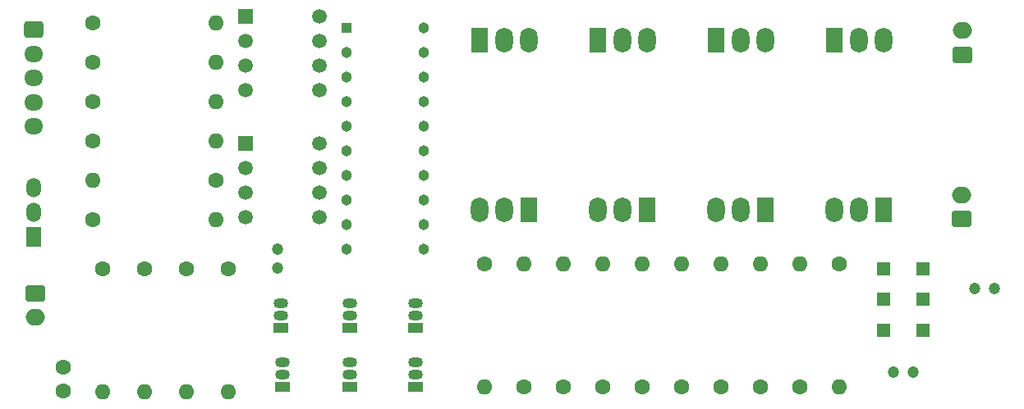
<source format=gts>
%TF.GenerationSoftware,KiCad,Pcbnew,9.0.2*%
%TF.CreationDate,2025-07-11T17:02:26-07:00*%
%TF.ProjectId,hbridge_rev,68627269-6467-4655-9f72-65762e6b6963,rev?*%
%TF.SameCoordinates,Original*%
%TF.FileFunction,Soldermask,Top*%
%TF.FilePolarity,Negative*%
%FSLAX46Y46*%
G04 Gerber Fmt 4.6, Leading zero omitted, Abs format (unit mm)*
G04 Created by KiCad (PCBNEW 9.0.2) date 2025-07-11 17:02:26*
%MOMM*%
%LPD*%
G01*
G04 APERTURE LIST*
G04 Aperture macros list*
%AMRoundRect*
0 Rectangle with rounded corners*
0 $1 Rounding radius*
0 $2 $3 $4 $5 $6 $7 $8 $9 X,Y pos of 4 corners*
0 Add a 4 corners polygon primitive as box body*
4,1,4,$2,$3,$4,$5,$6,$7,$8,$9,$2,$3,0*
0 Add four circle primitives for the rounded corners*
1,1,$1+$1,$2,$3*
1,1,$1+$1,$4,$5*
1,1,$1+$1,$6,$7*
1,1,$1+$1,$8,$9*
0 Add four rect primitives between the rounded corners*
20,1,$1+$1,$2,$3,$4,$5,0*
20,1,$1+$1,$4,$5,$6,$7,0*
20,1,$1+$1,$6,$7,$8,$9,0*
20,1,$1+$1,$8,$9,$2,$3,0*%
G04 Aperture macros list end*
%ADD10R,1.800000X2.600000*%
%ADD11O,1.800000X2.600000*%
%ADD12C,1.600000*%
%ADD13O,1.600000X1.600000*%
%ADD14R,1.500000X1.050000*%
%ADD15O,1.500000X1.050000*%
%ADD16R,1.350000X1.350000*%
%ADD17R,1.500000X1.500000*%
%ADD18C,1.500000*%
%ADD19C,1.200000*%
%ADD20RoundRect,0.250000X-0.750000X0.600000X-0.750000X-0.600000X0.750000X-0.600000X0.750000X0.600000X0*%
%ADD21O,2.000000X1.700000*%
%ADD22RoundRect,0.250000X0.750000X-0.600000X0.750000X0.600000X-0.750000X0.600000X-0.750000X-0.600000X0*%
%ADD23RoundRect,0.250000X-0.725000X0.600000X-0.725000X-0.600000X0.725000X-0.600000X0.725000X0.600000X0*%
%ADD24O,1.950000X1.700000*%
%ADD25R,1.500000X2.000000*%
%ADD26O,1.500000X2.000000*%
%ADD27R,1.133000X1.133000*%
%ADD28C,1.133000*%
G04 APERTURE END LIST*
D10*
%TO.C,Q4*%
X88138000Y-17526000D03*
D11*
X90678000Y-17526000D03*
X93218000Y-17526000D03*
%TD*%
D12*
%TO.C,R4*%
X36576000Y-32004000D03*
D13*
X23876000Y-32004000D03*
%TD*%
D14*
%TO.C,Q7*%
X57150000Y-47244000D03*
D15*
X57150000Y-45974000D03*
X57150000Y-44704000D03*
%TD*%
D16*
%TO.C,test_gate2*%
X109474000Y-44323000D03*
%TD*%
%TO.C,test_pwm1*%
X109474000Y-47498000D03*
%TD*%
D10*
%TO.C,Q2*%
X63754000Y-17526000D03*
D11*
X66294000Y-17526000D03*
X68834000Y-17526000D03*
%TD*%
D17*
%TO.C,U3*%
X39624000Y-28194000D03*
D18*
X39624000Y-30734000D03*
X39624000Y-33274000D03*
X39624000Y-35814000D03*
X47244000Y-35814000D03*
X47244000Y-33274000D03*
X47244000Y-30734000D03*
X47244000Y-28194000D03*
%TD*%
D19*
%TO.C,C2*%
X114808000Y-43180000D03*
X116808000Y-43180000D03*
%TD*%
D12*
%TO.C,R6*%
X33528000Y-41148000D03*
D13*
X33528000Y-53848000D03*
%TD*%
D14*
%TO.C,Q10*%
X50398000Y-53340000D03*
D15*
X50398000Y-52070000D03*
X50398000Y-50800000D03*
%TD*%
D10*
%TO.C,Q12*%
X81026000Y-35052000D03*
D11*
X78486000Y-35052000D03*
X75946000Y-35052000D03*
%TD*%
D20*
%TO.C,BT1*%
X17907000Y-43688000D03*
D21*
X17907000Y-46188000D03*
%TD*%
D12*
%TO.C,C6*%
X20828000Y-53828000D03*
X20828000Y-51328000D03*
%TD*%
D22*
%TO.C,M2*%
X113466000Y-36048000D03*
D21*
X113466000Y-33548000D03*
%TD*%
D12*
%TO.C,R20*%
X80518000Y-53340000D03*
D13*
X80518000Y-40640000D03*
%TD*%
D10*
%TO.C,Q13*%
X93218000Y-35052000D03*
D11*
X90678000Y-35052000D03*
X88138000Y-35052000D03*
%TD*%
D12*
%TO.C,R10*%
X84582000Y-53340000D03*
D13*
X84582000Y-40640000D03*
%TD*%
D12*
%TO.C,R17*%
X64262000Y-40640000D03*
D13*
X64262000Y-53340000D03*
%TD*%
D12*
%TO.C,R11*%
X23876000Y-27940000D03*
D13*
X36576000Y-27940000D03*
%TD*%
D12*
%TO.C,R3*%
X23876000Y-36068000D03*
D13*
X36576000Y-36068000D03*
%TD*%
D12*
%TO.C,R14*%
X100838000Y-40640000D03*
D13*
X100838000Y-53340000D03*
%TD*%
D16*
%TO.C,test_gate1*%
X109488000Y-41148000D03*
%TD*%
D10*
%TO.C,Q5*%
X100330000Y-17526000D03*
D11*
X102870000Y-17526000D03*
X105410000Y-17526000D03*
%TD*%
D10*
%TO.C,Q3*%
X75946000Y-17526000D03*
D11*
X78486000Y-17526000D03*
X81026000Y-17526000D03*
%TD*%
D19*
%TO.C,C1*%
X42926000Y-39116000D03*
X42926000Y-41116000D03*
%TD*%
D12*
%TO.C,R8*%
X68326000Y-53340000D03*
D13*
X68326000Y-40640000D03*
%TD*%
D12*
%TO.C,R2*%
X23876000Y-15748000D03*
D13*
X36576000Y-15748000D03*
%TD*%
D12*
%TO.C,R15*%
X29210000Y-41148000D03*
D13*
X29210000Y-53848000D03*
%TD*%
D16*
%TO.C,test_gate3*%
X105410000Y-41148000D03*
%TD*%
D19*
%TO.C,C3*%
X106426000Y-51816000D03*
X108426000Y-51816000D03*
%TD*%
D10*
%TO.C,Q11*%
X68834000Y-35052000D03*
D11*
X66294000Y-35052000D03*
X63754000Y-35052000D03*
%TD*%
D12*
%TO.C,R12*%
X23876000Y-23876000D03*
D13*
X36576000Y-23876000D03*
%TD*%
D14*
%TO.C,Q9*%
X57150000Y-53340000D03*
D15*
X57150000Y-52070000D03*
X57150000Y-50800000D03*
%TD*%
D16*
%TO.C,test_gate4*%
X105410000Y-44323000D03*
%TD*%
D12*
%TO.C,R16*%
X72390000Y-53340000D03*
D13*
X72390000Y-40640000D03*
%TD*%
D10*
%TO.C,Q14*%
X105410000Y-35052000D03*
D11*
X102870000Y-35052000D03*
X100330000Y-35052000D03*
%TD*%
D23*
%TO.C,J2*%
X17797000Y-16463000D03*
D24*
X17797000Y-18963000D03*
X17797000Y-21463000D03*
X17797000Y-23963000D03*
X17797000Y-26463000D03*
%TD*%
D25*
%TO.C,U2*%
X17780000Y-37846000D03*
D26*
X17780000Y-35306000D03*
X17780000Y-32766000D03*
%TD*%
D12*
%TO.C,R18*%
X37846000Y-41148000D03*
D13*
X37846000Y-53848000D03*
%TD*%
D12*
%TO.C,R1*%
X23876000Y-19812000D03*
D13*
X36576000Y-19812000D03*
%TD*%
D22*
%TO.C,M1*%
X113538000Y-19050000D03*
D21*
X113538000Y-16550000D03*
%TD*%
D12*
%TO.C,R19*%
X92710000Y-53340000D03*
D13*
X92710000Y-40640000D03*
%TD*%
D14*
%TO.C,Q6*%
X43286000Y-47244000D03*
D15*
X43286000Y-45974000D03*
X43286000Y-44704000D03*
%TD*%
D14*
%TO.C,Q8*%
X50398000Y-47244000D03*
D15*
X50398000Y-45974000D03*
X50398000Y-44704000D03*
%TD*%
D12*
%TO.C,R5*%
X76454000Y-53340000D03*
D13*
X76454000Y-40640000D03*
%TD*%
D12*
%TO.C,R9*%
X88646000Y-53340000D03*
D13*
X88646000Y-40640000D03*
%TD*%
D14*
%TO.C,Q1*%
X43434000Y-53340000D03*
D15*
X43434000Y-52070000D03*
X43434000Y-50800000D03*
%TD*%
D12*
%TO.C,R7*%
X24892000Y-41148000D03*
D13*
X24892000Y-53848000D03*
%TD*%
D17*
%TO.C,U1*%
X39624000Y-15132000D03*
D18*
X39624000Y-17672000D03*
X39624000Y-20212000D03*
X39624000Y-22752000D03*
X47244000Y-22752000D03*
X47244000Y-20212000D03*
X47244000Y-17672000D03*
X47244000Y-15132000D03*
%TD*%
D27*
%TO.C,IC1*%
X50038000Y-16256000D03*
D28*
X50038000Y-18796000D03*
X50038000Y-21336000D03*
X50038000Y-23876000D03*
X50038000Y-26416000D03*
X50038000Y-28956000D03*
X50038000Y-31496000D03*
X50038000Y-34036000D03*
X50038000Y-36576000D03*
X50038000Y-39116000D03*
X57976000Y-39116000D03*
X57976000Y-36576000D03*
X57976000Y-34036000D03*
X57976000Y-31496000D03*
X57976000Y-28956000D03*
X57976000Y-26416000D03*
X57976000Y-23876000D03*
X57976000Y-21336000D03*
X57976000Y-18796000D03*
X57976000Y-16256000D03*
%TD*%
D16*
%TO.C,test_pwm2*%
X105410000Y-47498000D03*
%TD*%
D12*
%TO.C,R13*%
X96774000Y-53340000D03*
D13*
X96774000Y-40640000D03*
%TD*%
M02*

</source>
